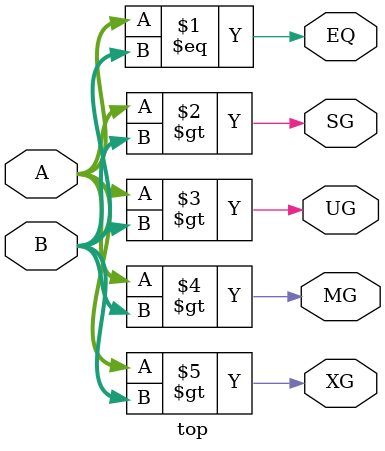
<source format=v>
`default_nettype none

`ifndef GEN
`define LEN 16
`endif

module top(
  input wire [LEN-1:0] A,
  input wire [LEN-1:0] B,
  (* color="green"  *) output wire EQ,
  (* color="cyan"   *) output wire SG,
  (* color="blue"   *) output wire UG,
  (* color="purple" *) output wire MG,
  (* color="red"    *) output wire XG
  );

  parameter LEN = `LEN;

  assign EQ = A == B;
  assign SG =   $signed(A) >   $signed(B);
  assign UG = $unsigned(A) > $unsigned(B);
  assign MG =   $signed(A) > $unsigned(B);
  assign XG = $unsigned(A) >   $signed(B);
endmodule

</source>
